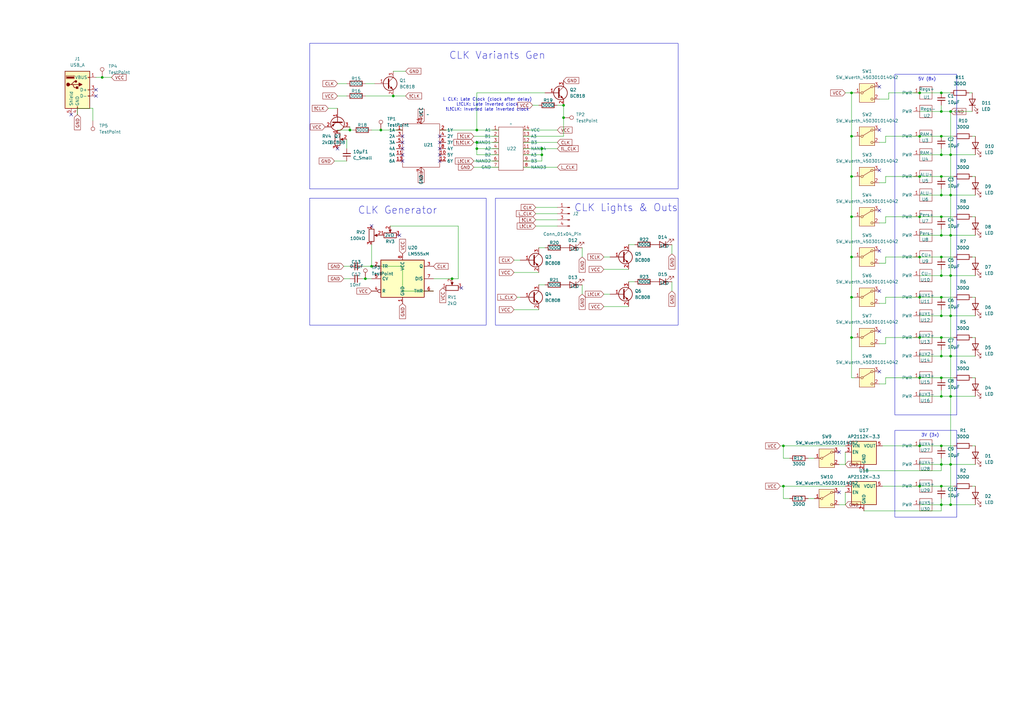
<source format=kicad_sch>
(kicad_sch (version 20231120) (generator "eeschema") (generator_version "8.0")
  (paper "A3")
  (junction (at 389.89 45.72))
  (junction (at 386.08 129.54))
  (junction (at 349.25 138.43))
  (junction (at 386.08 105.41))
  (junction (at 386.08 38.1))
  (junction (at 349.25 38.1))
  (junction (at 349.25 72.39))
  (junction (at 149.86 114.3))
  (junction (at 349.25 88.9))
  (junction (at 389.89 129.54))
  (junction (at 161.29 39.37))
  (junction (at 321.31 199.39))
  (junction (at 386.08 162.56))
  (junction (at 377.19 154.94))
  (junction (at 386.08 207.01))
  (junction (at 349.25 121.92))
  (junction (at 377.19 38.1))
  (junction (at 377.19 182.88))
  (junction (at 389.89 190.5))
  (junction (at 386.08 121.92))
  (junction (at 386.08 80.01))
  (junction (at 377.19 55.88))
  (junction (at 349.25 105.41))
  (junction (at 386.08 45.72))
  (junction (at 231.14 48.26))
  (junction (at 377.19 88.9))
  (junction (at 321.31 182.88))
  (junction (at 386.08 96.52))
  (junction (at 156.21 53.34))
  (junction (at 349.25 55.88))
  (junction (at 231.14 43.18))
  (junction (at 195.58 60.96))
  (junction (at 41.91 31.75))
  (junction (at 386.08 199.39))
  (junction (at 386.08 72.39))
  (junction (at 389.89 207.01))
  (junction (at 386.08 182.88))
  (junction (at 386.08 154.94))
  (junction (at 377.19 105.41))
  (junction (at 377.19 121.92))
  (junction (at 389.89 80.01))
  (junction (at 386.08 146.05))
  (junction (at 389.89 96.52))
  (junction (at 386.08 190.5))
  (junction (at 377.19 138.43))
  (junction (at 386.08 55.88))
  (junction (at 377.19 72.39))
  (junction (at 222.25 60.96))
  (junction (at 389.89 146.05))
  (junction (at 222.25 63.5))
  (junction (at 152.4 109.22))
  (junction (at 377.19 199.39))
  (junction (at 386.08 113.03))
  (junction (at 389.89 63.5))
  (junction (at 386.08 88.9))
  (junction (at 185.42 114.3))
  (junction (at 386.08 138.43))
  (junction (at 389.89 113.03))
  (junction (at 389.89 162.56))
  (junction (at 386.08 63.5))
  (junction (at 143.51 53.34))
  (junction (at 195.58 53.34))
  (junction (at 195.58 58.42))
  (no_connect (at 180.34 60.96))
  (no_connect (at 360.68 119.38))
  (no_connect (at 29.21 46.99))
  (no_connect (at 360.68 35.56))
  (no_connect (at 360.68 86.36))
  (no_connect (at 360.68 69.85))
  (no_connect (at 138.43 60.96))
  (no_connect (at 165.1 63.5))
  (no_connect (at 344.17 201.93))
  (no_connect (at 39.37 39.37))
  (no_connect (at 180.34 66.04))
  (no_connect (at 189.23 118.11))
  (no_connect (at 39.37 36.83))
  (no_connect (at 165.1 58.42))
  (no_connect (at 360.68 135.89))
  (no_connect (at 152.4 92.71))
  (no_connect (at 360.68 53.34))
  (no_connect (at 165.1 66.04))
  (no_connect (at 165.1 55.88))
  (no_connect (at 165.1 60.96))
  (no_connect (at 360.68 152.4))
  (no_connect (at 163.83 96.52))
  (no_connect (at 180.34 63.5))
  (no_connect (at 344.17 185.42))
  (no_connect (at 360.68 102.87))
  (no_connect (at 180.34 58.42))
  (no_connect (at 180.34 55.88))
  (wire (pts (xy 389.89 63.5) (xy 389.89 80.01)))
  (wire (pts (xy 389.89 113.03) (xy 389.89 129.54)))
  (wire (pts (xy 41.91 31.75) (xy 45.72 31.75)))
  (wire (pts (xy 386.08 55.88) (xy 391.16 55.88)))
  (wire (pts (xy 386.08 110.49) (xy 386.08 113.03)))
  (wire (pts (xy 361.95 199.39) (xy 377.19 199.39)))
  (wire (pts (xy 165.1 109.22) (xy 152.4 109.22)))
  (wire (pts (xy 360.68 107.95) (xy 363.22 107.95)))
  (wire (pts (xy 354.33 193.04) (xy 386.08 193.04)))
  (wire (pts (xy 377.19 45.72) (xy 386.08 45.72)))
  (wire (pts (xy 386.08 121.92) (xy 391.16 121.92)))
  (wire (pts (xy 349.25 138.43) (xy 349.25 121.92)))
  (wire (pts (xy 195.58 60.96) (xy 204.47 60.96)))
  (wire (pts (xy 187.96 114.3) (xy 185.42 114.3)))
  (wire (pts (xy 195.58 58.42) (xy 204.47 58.42)))
  (wire (pts (xy 363.22 157.48) (xy 363.22 154.94)))
  (wire (pts (xy 389.89 129.54) (xy 400.05 129.54)))
  (wire (pts (xy 386.08 160.02) (xy 386.08 162.56)))
  (wire (pts (xy 377.19 88.9) (xy 386.08 88.9)))
  (wire (pts (xy 377.19 121.92) (xy 386.08 121.92)))
  (wire (pts (xy 386.08 88.9) (xy 391.16 88.9)))
  (wire (pts (xy 398.78 182.88) (xy 400.05 182.88)))
  (wire (pts (xy 363.22 124.46) (xy 363.22 121.92)))
  (wire (pts (xy 398.78 88.9) (xy 400.05 88.9)))
  (wire (pts (xy 389.89 63.5) (xy 386.08 63.5)))
  (wire (pts (xy 149.86 114.3) (xy 152.4 114.3)))
  (wire (pts (xy 389.89 146.05) (xy 389.89 162.56)))
  (wire (pts (xy 152.4 53.34) (xy 156.21 53.34)))
  (wire (pts (xy 386.08 127) (xy 386.08 129.54)))
  (wire (pts (xy 214.63 58.42) (xy 228.6 58.42)))
  (wire (pts (xy 386.08 129.54) (xy 377.19 129.54)))
  (wire (pts (xy 364.49 38.1) (xy 377.19 38.1)))
  (wire (pts (xy 195.58 63.5) (xy 204.47 63.5)))
  (wire (pts (xy 349.25 55.88) (xy 350.52 55.88)))
  (wire (pts (xy 398.78 55.88) (xy 400.05 55.88)))
  (wire (pts (xy 377.19 138.43) (xy 386.08 138.43)))
  (wire (pts (xy 363.22 58.42) (xy 363.22 55.88)))
  (wire (pts (xy 180.34 53.34) (xy 195.58 53.34)))
  (wire (pts (xy 389.89 63.5) (xy 400.05 63.5)))
  (wire (pts (xy 398.78 72.39) (xy 400.05 72.39)))
  (wire (pts (xy 386.08 43.18) (xy 386.08 45.72)))
  (wire (pts (xy 360.68 124.46) (xy 363.22 124.46)))
  (wire (pts (xy 389.89 162.56) (xy 389.89 190.5)))
  (wire (pts (xy 363.22 107.95) (xy 363.22 105.41)))
  (wire (pts (xy 321.31 187.96) (xy 323.85 187.96)))
  (wire (pts (xy 148.59 114.3) (xy 149.86 114.3)))
  (wire (pts (xy 398.78 138.43) (xy 400.05 138.43)))
  (wire (pts (xy 377.19 105.41) (xy 386.08 105.41)))
  (wire (pts (xy 350.52 154.94) (xy 349.25 154.94)))
  (wire (pts (xy 389.89 190.5) (xy 386.08 190.5)))
  (wire (pts (xy 195.58 53.34) (xy 204.47 53.34)))
  (wire (pts (xy 212.09 121.92) (xy 213.36 121.92)))
  (wire (pts (xy 349.25 88.9) (xy 350.52 88.9)))
  (wire (pts (xy 389.89 113.03) (xy 400.05 113.03)))
  (wire (pts (xy 363.22 72.39) (xy 377.19 72.39)))
  (wire (pts (xy 363.22 88.9) (xy 377.19 88.9)))
  (wire (pts (xy 320.04 199.39) (xy 321.31 199.39)))
  (wire (pts (xy 247.65 125.73) (xy 257.81 125.73)))
  (wire (pts (xy 344.17 190.5) (xy 346.71 190.5)))
  (wire (pts (xy 386.08 154.94) (xy 391.16 154.94)))
  (wire (pts (xy 195.58 53.34) (xy 195.58 38.1)))
  (wire (pts (xy 386.08 63.5) (xy 377.19 63.5)))
  (wire (pts (xy 140.97 114.3) (xy 143.51 114.3)))
  (wire (pts (xy 195.58 58.42) (xy 195.58 60.96)))
  (wire (pts (xy 321.31 199.39) (xy 321.31 204.47)))
  (wire (pts (xy 386.08 77.47) (xy 386.08 80.01)))
  (wire (pts (xy 389.89 207.01) (xy 400.05 207.01)))
  (wire (pts (xy 349.25 105.41) (xy 349.25 88.9)))
  (wire (pts (xy 363.22 105.41) (xy 377.19 105.41)))
  (wire (pts (xy 386.08 143.51) (xy 386.08 146.05)))
  (wire (pts (xy 257.81 115.57) (xy 260.35 115.57)))
  (wire (pts (xy 363.22 138.43) (xy 377.19 138.43)))
  (wire (pts (xy 219.71 87.63) (xy 228.6 87.63)))
  (wire (pts (xy 386.08 190.5) (xy 377.19 190.5)))
  (wire (pts (xy 247.65 105.41) (xy 250.19 105.41)))
  (wire (pts (xy 320.04 182.88) (xy 321.31 182.88)))
  (wire (pts (xy 386.08 38.1) (xy 389.89 38.1)))
  (wire (pts (xy 389.89 80.01) (xy 386.08 80.01)))
  (wire (pts (xy 220.98 116.84) (xy 223.52 116.84)))
  (wire (pts (xy 360.68 140.97) (xy 363.22 140.97)))
  (wire (pts (xy 398.78 199.39) (xy 400.05 199.39)))
  (wire (pts (xy 386.08 93.98) (xy 386.08 96.52)))
  (wire (pts (xy 397.51 38.1) (xy 398.78 38.1)))
  (wire (pts (xy 350.52 138.43) (xy 349.25 138.43)))
  (wire (pts (xy 275.59 100.33) (xy 275.59 104.14)))
  (wire (pts (xy 143.51 52.07) (xy 143.51 53.34)))
  (wire (pts (xy 231.14 55.88) (xy 214.63 55.88)))
  (wire (pts (xy 360.68 91.44) (xy 363.22 91.44)))
  (wire (pts (xy 247.65 110.49) (xy 257.81 110.49)))
  (wire (pts (xy 39.37 31.75) (xy 41.91 31.75)))
  (wire (pts (xy 346.71 207.01) (xy 346.71 201.93)))
  (wire (pts (xy 360.68 58.42) (xy 363.22 58.42)))
  (wire (pts (xy 143.51 53.34) (xy 144.78 53.34)))
  (wire (pts (xy 386.08 193.04) (xy 386.08 190.5)))
  (wire (pts (xy 148.59 109.22) (xy 152.4 109.22)))
  (wire (pts (xy 363.22 91.44) (xy 363.22 88.9)))
  (wire (pts (xy 38.1 49.53) (xy 38.1 44.45)))
  (wire (pts (xy 321.31 204.47) (xy 323.85 204.47)))
  (wire (pts (xy 321.31 199.39) (xy 346.71 199.39)))
  (wire (pts (xy 214.63 60.96) (xy 222.25 60.96)))
  (wire (pts (xy 350.52 121.92) (xy 349.25 121.92)))
  (wire (pts (xy 389.89 80.01) (xy 400.05 80.01)))
  (wire (pts (xy 194.31 58.42) (xy 195.58 58.42)))
  (wire (pts (xy 138.43 53.34) (xy 143.51 53.34)))
  (wire (pts (xy 210.82 111.76) (xy 220.98 111.76)))
  (wire (pts (xy 346.71 190.5) (xy 346.71 185.42)))
  (wire (pts (xy 349.25 121.92) (xy 349.25 105.41)))
  (wire (pts (xy 386.08 182.88) (xy 391.16 182.88)))
  (wire (pts (xy 386.08 204.47) (xy 386.08 207.01)))
  (wire (pts (xy 377.19 199.39) (xy 386.08 199.39)))
  (wire (pts (xy 219.71 85.09) (xy 228.6 85.09)))
  (wire (pts (xy 377.19 38.1) (xy 386.08 38.1)))
  (wire (pts (xy 350.52 72.39) (xy 349.25 72.39)))
  (wire (pts (xy 220.98 101.6) (xy 223.52 101.6)))
  (wire (pts (xy 331.47 187.96) (xy 334.01 187.96)))
  (wire (pts (xy 38.1 44.45) (xy 31.75 44.45)))
  (wire (pts (xy 231.14 43.18) (xy 231.14 48.26)))
  (wire (pts (xy 386.08 80.01) (xy 377.19 80.01)))
  (wire (pts (xy 377.19 182.88) (xy 386.08 182.88)))
  (wire (pts (xy 161.29 39.37) (xy 166.37 39.37)))
  (wire (pts (xy 398.78 154.94) (xy 400.05 154.94)))
  (wire (pts (xy 222.25 60.96) (xy 228.6 60.96)))
  (wire (pts (xy 349.25 72.39) (xy 349.25 88.9)))
  (wire (pts (xy 247.65 120.65) (xy 250.19 120.65)))
  (wire (pts (xy 389.89 113.03) (xy 386.08 113.03)))
  (wire (pts (xy 360.68 74.93) (xy 363.22 74.93)))
  (wire (pts (xy 398.78 105.41) (xy 400.05 105.41)))
  (wire (pts (xy 389.89 146.05) (xy 400.05 146.05)))
  (wire (pts (xy 187.96 92.71) (xy 187.96 114.3)))
  (wire (pts (xy 377.19 55.88) (xy 386.08 55.88)))
  (wire (pts (xy 160.02 92.71) (xy 187.96 92.71)))
  (wire (pts (xy 177.8 119.38) (xy 165.1 119.38)))
  (wire (pts (xy 321.31 182.88) (xy 346.71 182.88)))
  (wire (pts (xy 360.68 157.48) (xy 363.22 157.48)))
  (wire (pts (xy 238.76 116.84) (xy 238.76 120.65)))
  (wire (pts (xy 360.68 40.64) (xy 364.49 40.64)))
  (wire (pts (xy 386.08 146.05) (xy 377.19 146.05)))
  (wire (pts (xy 386.08 113.03) (xy 377.19 113.03)))
  (wire (pts (xy 165.1 119.38) (xy 165.1 109.22)))
  (wire (pts (xy 137.16 66.04) (xy 142.24 66.04)))
  (wire (pts (xy 377.19 154.94) (xy 386.08 154.94)))
  (wire (pts (xy 222.25 63.5) (xy 214.63 63.5)))
  (wire (pts (xy 138.43 34.29) (xy 142.24 34.29)))
  (wire (pts (xy 238.76 101.6) (xy 238.76 105.41)))
  (wire (pts (xy 389.89 162.56) (xy 400.05 162.56)))
  (wire (pts (xy 389.89 96.52) (xy 386.08 96.52)))
  (wire (pts (xy 214.63 53.34) (xy 228.6 53.34)))
  (wire (pts (xy 389.89 45.72) (xy 389.89 63.5)))
  (wire (pts (xy 363.22 140.97) (xy 363.22 138.43)))
  (wire (pts (xy 389.89 129.54) (xy 386.08 129.54)))
  (wire (pts (xy 156.21 53.34) (xy 165.1 53.34)))
  (wire (pts (xy 149.86 39.37) (xy 161.29 39.37)))
  (wire (pts (xy 257.81 100.33) (xy 260.35 100.33)))
  (wire (pts (xy 386.08 162.56) (xy 377.19 162.56)))
  (wire (pts (xy 386.08 209.55) (xy 386.08 207.01)))
  (wire (pts (xy 386.08 187.96) (xy 386.08 190.5)))
  (wire (pts (xy 386.08 199.39) (xy 391.16 199.39)))
  (wire (pts (xy 142.24 57.15) (xy 142.24 60.96)))
  (wire (pts (xy 222.25 66.04) (xy 214.63 66.04)))
  (wire (pts (xy 377.19 72.39) (xy 386.08 72.39)))
  (wire (pts (xy 354.33 209.55) (xy 386.08 209.55)))
  (wire (pts (xy 363.22 55.88) (xy 377.19 55.88)))
  (wire (pts (xy 152.4 100.33) (xy 152.4 109.22)))
  (wire (pts (xy 386.08 72.39) (xy 391.16 72.39)))
  (wire (pts (xy 349.25 38.1) (xy 350.52 38.1)))
  (wire (pts (xy 363.22 121.92) (xy 377.19 121.92)))
  (wire (pts (xy 389.89 96.52) (xy 389.89 113.03)))
  (wire (pts (xy 386.08 96.52) (xy 377.19 96.52)))
  (wire (pts (xy 349.25 72.39) (xy 349.25 55.88)))
  (wire (pts (xy 222.25 63.5) (xy 222.25 66.04)))
  (wire (pts (xy 31.75 44.45) (xy 31.75 46.99)))
  (wire (pts (xy 149.86 34.29) (xy 153.67 34.29)))
  (wire (pts (xy 210.82 106.68) (xy 213.36 106.68)))
  (wire (pts (xy 161.29 29.21) (xy 166.37 29.21)))
  (wire (pts (xy 228.6 43.18) (xy 231.14 43.18)))
  (wire (pts (xy 346.71 38.1) (xy 349.25 38.1)))
  (wire (pts (xy 386.08 138.43) (xy 391.16 138.43)))
  (wire (pts (xy 219.71 92.71) (xy 228.6 92.71)))
  (wire (pts (xy 389.89 162.56) (xy 386.08 162.56)))
  (wire (pts (xy 349.25 38.1) (xy 349.25 55.88)))
  (wire (pts (xy 218.44 43.18) (xy 220.98 43.18)))
  (wire (pts (xy 389.89 80.01) (xy 389.89 96.52)))
  (wire (pts (xy 134.62 44.45) (xy 138.43 44.45)))
  (wire (pts (xy 195.58 38.1) (xy 223.52 38.1)))
  (wire (pts (xy 214.63 68.58) (xy 228.6 68.58)))
  (wire (pts (xy 331.47 204.47) (xy 334.01 204.47)))
  (wire (pts (xy 231.14 48.26) (xy 231.14 55.88)))
  (wire (pts (xy 386.08 207.01) (xy 377.19 207.01)))
  (wire (pts (xy 210.82 127) (xy 220.98 127)))
  (wire (pts (xy 350.52 105.41) (xy 349.25 105.41)))
  (wire (pts (xy 386.08 45.72) (xy 389.89 45.72)))
  (wire (pts (xy 195.58 60.96) (xy 195.58 63.5)))
  (wire (pts (xy 389.89 96.52) (xy 400.05 96.52)))
  (wire (pts (xy 398.78 121.92) (xy 400.05 121.92)))
  (wire (pts (xy 194.31 55.88) (xy 204.47 55.88)))
  (wire (pts (xy 363.22 154.94) (xy 377.19 154.94)))
  (wire (pts (xy 344.17 207.01) (xy 346.71 207.01)))
  (wire (pts (xy 389.89 190.5) (xy 389.89 207.01)))
  (wire (pts (xy 185.42 114.3) (xy 177.8 114.3)))
  (wire (pts (xy 389.89 146.05) (xy 386.08 146.05)))
  (wire (pts (xy 275.59 115.57) (xy 275.59 119.38)))
  (wire (pts (xy 389.89 45.72) (xy 398.78 45.72)))
  (wire (pts (xy 321.31 182.88) (xy 321.31 187.96)))
  (wire (pts (xy 364.49 40.64) (xy 364.49 38.1)))
  (wire (pts (xy 222.25 60.96) (xy 222.25 63.5)))
  (wire (pts (xy 389.89 207.01) (xy 386.08 207.01)))
  (wire (pts (xy 389.89 190.5) (xy 400.05 190.5)))
  (wire (pts (xy 194.31 66.04) (xy 204.47 66.04)))
  (wire (pts (xy 386.08 105.41) (xy 391.16 105.41)))
  (wire (pts (xy 349.25 154.94) (xy 349.25 138.43)))
  (wire (pts (xy 386.08 60.96) (xy 386.08 63.5)))
  (wire (pts (xy 219.71 90.17) (xy 228.6 90.17)))
  (wire (pts (xy 138.43 39.37) (xy 142.24 39.37)))
  (wire (pts (xy 194.31 68.58) (xy 204.47 68.58)))
  (wire (pts (xy 361.95 182.88) (xy 377.19 182.88)))
  (wire (pts (xy 140.97 109.22) (xy 143.51 109.22)))
  (wire (pts (xy 363.22 74.93) (xy 363.22 72.39)))
  (wire (pts (xy 389.89 129.54) (xy 389.89 146.05)))
  (rectangle (start 127 17.78) (end 278.13 77.47))
  (rectangle (start 127 81.28) (end 199.39 133.35))
  (rectangle (start 203.2 81.28) (end 278.13 133.35))
  (rectangle (start 367.03 30.48) (end 392.43 170.18))
  (rectangle (start 367.03 176.53) (end 392.43 212.09))
  (text "CLK Generator" (at 163.068 86.36 0) (effects (font (size 3 3))))
  (text "CLK Variants Gen" (at 203.962 22.86 0) (effects (font (size 3 3))))
  (text "CLK Lights & Outs" (at 256.794 85.344 0) (effects (font (size 3 3))))
  (text "L CLK: Late Clock (clock after delay)\nL!CLK: Late inverted clock\n!L!CLK: Inverted late inverted clock\n" (at 199.898 42.926 0) (effects (font (size 1.27 1.27))))
  (text "3V (3x)" (at 381.508 178.562 0) (effects (font (size 1.27 1.27))))
  (text "5V (8x)" (at 380.238 32.512 0) (effects (font (size 1.27 1.27))))
  (global_label "VCC" (shape input) (at 181.61 118.11 270) (property "Intersheetrefs" "${INTERSHEET_REFS}" (effects (hide yes))))
  (global_label "CLK" (shape input) (at 210.82 106.68 180) (property "Intersheetrefs" "${INTERSHEET_REFS}" (effects (hide yes))))
  (global_label "VCC" (shape input) (at 218.44 43.18 180) (property "Intersheetrefs" "${INTERSHEET_REFS}" (effects (hide yes))))
  (global_label "VCC" (shape input) (at 133.35 52.07 180) (property "Intersheetrefs" "${INTERSHEET_REFS}" (effects (hide yes))))
  (global_label "VCC" (shape input) (at 172.72 50.8 90) (property "Intersheetrefs" "${INTERSHEET_REFS}" (effects (hide yes))))
  (global_label "VCC" (shape input) (at 228.6 53.34 0) (property "Intersheetrefs" "${INTERSHEET_REFS}" (effects (hide yes))))
  (global_label "VCC" (shape input) (at 165.1 104.14 90) (property "Intersheetrefs" "${INTERSHEET_REFS}" (effects (hide yes))))
  (global_label "VCC" (shape input) (at 45.72 31.75 0) (property "Intersheetrefs" "${INTERSHEET_REFS}" (effects (hide yes))))
  (global_label "GND" (shape input) (at 346.71 190.5 0) (property "Intersheetrefs" "${INTERSHEET_REFS}" (effects (hide yes))))
  (global_label "!CLK" (shape input) (at 134.62 44.45 180) (property "Intersheetrefs" "${INTERSHEET_REFS}" (effects (hide yes))))
  (global_label "!CLK" (shape input) (at 166.37 39.37 0) (property "Intersheetrefs" "${INTERSHEET_REFS}" (effects (hide yes))))
  (global_label "L!CLK" (shape input) (at 194.31 66.04 180) (property "Intersheetrefs" "${INTERSHEET_REFS}" (effects (hide yes))))
  (global_label "!CLK" (shape input) (at 219.71 90.17 180) (property "Intersheetrefs" "${INTERSHEET_REFS}" (effects (hide yes))))
  (global_label "GND" (shape input) (at 275.59 104.14 270) (property "Intersheetrefs" "${INTERSHEET_REFS}" (effects (hide yes))))
  (global_label "GND" (shape input) (at 346.71 207.01 0) (property "Intersheetrefs" "${INTERSHEET_REFS}" (effects (hide yes))))
  (global_label "GND" (shape input) (at 140.97 114.3 180) (property "Intersheetrefs" "${INTERSHEET_REFS}" (effects (hide yes))))
  (global_label "L_CLK" (shape input) (at 212.09 121.92 180) (property "Intersheetrefs" "${INTERSHEET_REFS}" (effects (hide yes))))
  (global_label "GND" (shape input) (at 31.75 46.99 270) (property "Intersheetrefs" "${INTERSHEET_REFS}" (effects (hide yes))))
  (global_label "!CLK" (shape input) (at 194.31 55.88 180) (property "Intersheetrefs" "${INTERSHEET_REFS}" (effects (hide yes))))
  (global_label "GND" (shape input) (at 194.31 68.58 180) (property "Intersheetrefs" "${INTERSHEET_REFS}" (effects (hide yes))))
  (global_label "GND" (shape input) (at 238.76 105.41 270) (property "Intersheetrefs" "${INTERSHEET_REFS}" (effects (hide yes))))
  (global_label "GND" (shape input) (at 275.59 119.38 270) (property "Intersheetrefs" "${INTERSHEET_REFS}" (effects (hide yes))))
  (global_label "VCC" (shape input) (at 320.04 199.39 180) (property "Intersheetrefs" "${INTERSHEET_REFS}" (effects (hide yes))))
  (global_label "!CLK" (shape input) (at 247.65 105.41 180) (property "Intersheetrefs" "${INTERSHEET_REFS}" (effects (hide yes))))
  (global_label "!L!CLK" (shape input) (at 194.31 58.42 180) (property "Intersheetrefs" "${INTERSHEET_REFS}" (effects (hide yes))))
  (global_label "L!CLK" (shape input) (at 247.65 120.65 180) (property "Intersheetrefs" "${INTERSHEET_REFS}" (effects (hide yes))))
  (global_label "CLK" (shape input) (at 177.8 109.22 0) (property "Intersheetrefs" "${INTERSHEET_REFS}" (effects (hide yes))))
  (global_label "GND" (shape input) (at 166.37 29.21 0) (property "Intersheetrefs" "${INTERSHEET_REFS}" (effects (hide yes))))
  (global_label "GND" (shape input) (at 137.16 66.04 180) (property "Intersheetrefs" "${INTERSHEET_REFS}" (effects (hide yes))))
  (global_label "VCC" (shape input) (at 210.82 111.76 180) (property "Intersheetrefs" "${INTERSHEET_REFS}" (effects (hide yes))))
  (global_label "GND" (shape input) (at 389.89 45.72 0) (property "Intersheetrefs" "${INTERSHEET_REFS}" (effects (hide yes))))
  (global_label "GND" (shape input) (at 172.72 68.58 270) (property "Intersheetrefs" "${INTERSHEET_REFS}" (effects (hide yes))))
  (global_label "VCC" (shape input) (at 346.71 38.1 180) (property "Intersheetrefs" "${INTERSHEET_REFS}" (effects (hide yes))))
  (global_label "VCC" (shape input) (at 152.4 119.38 180) (property "Intersheetrefs" "${INTERSHEET_REFS}" (effects (hide yes))))
  (global_label "CLK" (shape input) (at 219.71 85.09 180) (property "Intersheetrefs" "${INTERSHEET_REFS}" (effects (hide yes))))
  (global_label "CLK" (shape input) (at 138.43 34.29 180) (property "Intersheetrefs" "${INTERSHEET_REFS}" (effects (hide yes))))
  (global_label "VCC" (shape input) (at 320.04 182.88 180) (property "Intersheetrefs" "${INTERSHEET_REFS}" (effects (hide yes))))
  (global_label "L_CLK" (shape input) (at 219.71 87.63 180) (property "Intersheetrefs" "${INTERSHEET_REFS}" (effects (hide yes))))
  (global_label "L_CLK" (shape input) (at 228.6 68.58 0) (property "Intersheetrefs" "${INTERSHEET_REFS}" (effects (hide yes))))
  (global_label "GND" (shape input) (at 165.1 124.46 270) (property "Intersheetrefs" "${INTERSHEET_REFS}" (effects (hide yes))))
  (global_label "CLK" (shape input) (at 228.6 58.42 0) (property "Intersheetrefs" "${INTERSHEET_REFS}" (effects (hide yes))))
  (global_label "VCC" (shape input) (at 247.65 125.73 180) (property "Intersheetrefs" "${INTERSHEET_REFS}" (effects (hide yes))))
  (global_label "GND" (shape input) (at 140.97 109.22 180) (property "Intersheetrefs" "${INTERSHEET_REFS}" (effects (hide yes))))
  (global_label "VCC" (shape input) (at 247.65 110.49 180) (property "Intersheetrefs" "${INTERSHEET_REFS}" (effects (hide yes))))
  (global_label "VCC" (shape input) (at 210.82 127 180) (property "Intersheetrefs" "${INTERSHEET_REFS}" (effects (hide yes))))
  (global_label "GND" (shape input) (at 238.76 120.65 270) (property "Intersheetrefs" "${INTERSHEET_REFS}" (effects (hide yes))))
  (global_label "L!CLK" (shape input) (at 219.71 92.71 180) (property "Intersheetrefs" "${INTERSHEET_REFS}" (effects (hide yes))))
  (global_label "!L_CLK" (shape input) (at 228.6 60.96 0) (property "Intersheetrefs" "${INTERSHEET_REFS}" (effects (hide yes))))
  (global_label "VCC" (shape input) (at 138.43 39.37 180) (property "Intersheetrefs" "${INTERSHEET_REFS}" (effects (hide yes))))
  (global_label "GND" (shape input) (at 231.14 33.02 0) (property "Intersheetrefs" "${INTERSHEET_REFS}" (effects (hide yes))))
  (symbol (lib_id "Device:LED") (at 400.05 76.2 90) (unit 1)
    (property "Reference" "D9" (at 403.86 76.5174 90) (effects (justify right)))
    (property "Value" "LED" (at 403.86 79.0574 90) (effects (justify right)))
    (property "Footprint" "LED_SMD:LED_0805_2012Metric_Pad1.15x1.40mm_HandSolder" (effects (hide yes)))
    (property "Description" "Light emitting diode" (effects (hide yes)))
  )
  (symbol (lib_id "Transistor_BJT:BC808") (at 218.44 106.68 0) (unit 1)
    (property "Reference" "Q3" (at 223.52 105.4099 0) (effects (justify left)))
    (property "Value" "BC808" (at 223.52 107.9499 0) (effects (justify left)))
    (property "Footprint" "Package_TO_SOT_SMD:SOT-23-3" (effects (hide yes)))
    (property "Datasheet" "https://www.onsemi.com/pub/Collateral/BC808-D.pdf" (effects (hide yes)))
    (property "Description" "0.8A Ic, 25V Vce, PNP Transistor, SOT-23" (effects (hide yes)))
  )
  (symbol (lib_id "Texas Instrument Logic:SN74HC03") (at 209.55 60.96 0) (unit 1)
    (property "Reference" "U22" (at 209.804 60.96 0))
    (property "Value" "~" (at 209.55 50.8 0))
    (property "Footprint" "Texas Instruments Logic Footprints:SN74HC03" (effects (hide yes)))
    (property "Datasheet" "https://www.ti.com/lit/ds/symlink/sn74hc03.pdf?ts=1744892318705" (effects (hide yes)))
    (property "Description" "4 channeled NAND gate (2 inputs per channel)" (effects (hide yes)))
  )
  (symbol (lib_id "Device:C_Small") (at 386.08 107.95 0) (unit 1)
    (property "Reference" "C5" (at 388.62 106.6862 0) (effects (justify left)))
    (property "Value" "10µF" (at 388.62 109.2262 0) (effects (justify left)))
    (property "Footprint" "Capacitor_SMD:C_0805_2012Metric" (effects (hide yes)))
    (property "Description" "Unpolarized capacitor, small symbol" (effects (hide yes)))
  )
  (symbol (lib_id "Device:R") (at 227.33 116.84 90) (unit 1)
    (property "Reference" "R21" (at 227.33 114.808 90))
    (property "Value" "300Ω" (at 227.33 116.84 90))
    (property "Footprint" "Resistor_SMD:R_0805_2012Metric_Pad1.20x1.40mm_HandSolder" (effects (hide yes)))
    (property "Description" "Resistor" (effects (hide yes)))
  )
  (symbol (lib_id "Other:74VHC14FT") (at 172.72 60.96 0) (unit 1)
    (property "Reference" "U21" (at 173.736 59.436 0) (effects (justify left)))
    (property "Value" "~" (at 174.9141 46.99 0) (effects (justify left)))
    (property "Footprint" "Package_SO:TSSOP-14_4.4x5mm_P0.65mm" (effects (hide yes)))
    (property "Datasheet" "https://toshiba.semicon-storage.com/info/74VHC14FT_datasheet_en_20160818.pdf?did=14037&prodName=74VHC14FT" (effects (hide yes)))
    (property "Description" "Binds signal to 0 or 1 (but inverted), best description ever lol!" (effects (hide yes)))
  )
  (symbol (lib_id "Device:C_Small") (at 146.05 109.22 90) (unit 1)
    (property "Reference" "C13" (at 146.05 107.442 90))
    (property "Value" "0.1µF" (at 146.304 109.22 90))
    (property "Footprint" "Capacitor_SMD:C_0805_2012Metric_Pad1.18x1.45mm_HandSolder" (effects (hide yes)))
    (property "Description" "Unpolarized capacitor, small symbol" (effects (hide yes)))
  )
  (symbol (lib_id "Device:LED") (at 400.05 203.2 90) (unit 1)
    (property "Reference" "D2" (at 403.86 203.5174 90) (effects (justify right)))
    (property "Value" "LED" (at 403.86 206.0574 90) (effects (justify right)))
    (property "Footprint" "LED_SMD:LED_0805_2012Metric_Pad1.15x1.40mm_HandSolder" (effects (hide yes)))
    (property "Description" "Light emitting diode" (effects (hide yes)))
  )
  (symbol (lib_id "Other:Single_Bit_Mini_Power_Bus") (at 379.73 207.01 180) (unit 1)
    (property "Reference" "U30" (at 379.476 208.788 0))
    (property "Value" "AUX5-" (at 379.984 206.248 0))
    (property "Footprint" "Other:Single Bit Mini Bus" (effects (hide yes)))
    (property "Description" "A power bus with just one pin" (effects (hide yes)))
  )
  (symbol (lib_id "Device:LED") (at 271.78 100.33 180) (unit 1)
    (property "Reference" "D14" (at 271.78 97.282 0))
    (property "Value" "LED" (at 272.542 100.838 0))
    (property "Footprint" "LED_SMD:LED_0805_2012Metric_Pad1.15x1.40mm_HandSolder" (effects (hide yes)))
    (property "Description" "Light emitting diode" (effects (hide yes)))
  )
  (symbol (lib_id "Other:Single_Bit_Mini_Power_Bus") (at 379.73 55.88 180) (unit 1)
    (property "Reference" "U3" (at 379.476 57.658 0))
    (property "Value" "RAM+" (at 379.984 55.118 0))
    (property "Footprint" "Other:Single Bit Mini Bus" (effects (hide yes)))
    (property "Description" "A power bus with just one pin" (effects (hide yes)))
  )
  (symbol (lib_id "Device:R_Potentiometer") (at 160.02 96.52 90) (unit 1)
    (property "Reference" "RV3" (at 160.02 99.06 90))
    (property "Value" "2kΩ" (at 159.766 96.52 90))
    (property "Footprint" "Potentiometer_THT:Potentiometer_Bourns_3299X_Horizontal" (effects (hide yes)))
    (property "Description" "Potentiometer" (effects (hide yes)))
  )
  (symbol (lib_id "Device:R") (at 327.66 204.47 90) (unit 1)
    (property "Reference" "R13" (at 327.406 204.47 90))
    (property "Value" "300Ω" (at 327.66 206.756 90))
    (property "Footprint" "Resistor_SMD:R_0805_2012Metric_Pad1.20x1.40mm_HandSolder" (effects (hide yes)))
    (property "Description" "Resistor" (effects (hide yes)))
  )
  (symbol (lib_id "Switch:SW_Wuerth_450301014042") (at 339.09 187.96 0) (unit 1)
    (property "Reference" "SW9" (at 339.09 179.07 0))
    (property "Value" "SW_Wuerth_450301014042" (at 339.09 181.61 0))
    (property "Footprint" "Button_Switch_THT:SW_Slide-03_Wuerth-WS-SLTV_10x2.5x6.4_P2.54mm" (effects (hide yes)))
    (property "Datasheet" "https://www.we-online.com/components/products/datasheet/450301014042.pdf" (effects (hide yes)))
    (property "Description" "Switch slide, single pole double throw" (effects (hide yes)))
  )
  (symbol (lib_id "Switch:SW_Wuerth_450301014042") (at 339.09 204.47 0) (unit 1)
    (property "Reference" "SW10" (at 339.09 195.58 0))
    (property "Value" "SW_Wuerth_450301014042" (at 339.09 198.12 0))
    (property "Footprint" "Button_Switch_THT:SW_Slide-03_Wuerth-WS-SLTV_10x2.5x6.4_P2.54mm" (effects (hide yes)))
    (property "Datasheet" "https://www.we-online.com/components/products/datasheet/450301014042.pdf" (effects (hide yes)))
    (property "Description" "Switch slide, single pole double throw" (effects (hide yes)))
  )
  (symbol (lib_id "Device:R") (at 394.97 154.94 90) (unit 1)
    (property "Reference" "R4" (at 394.97 148.59 90))
    (property "Value" "300Ω" (at 394.97 151.13 90))
    (property "Footprint" "Resistor_SMD:R_0805_2012Metric_Pad1.20x1.40mm_HandSolder" (effects (hide yes)))
    (property "Description" "Resistor" (effects (hide yes)))
  )
  (symbol (lib_id "Connector:TestPoint") (at 41.91 31.75 0) (unit 1)
    (property "Reference" "TP4" (at 44.45 27.1779 0) (effects (justify left)))
    (property "Value" "TestPoint" (at 44.45 29.7179 0) (effects (justify left)))
    (property "Footprint" "TestPoint:TestPoint_Pad_1.0x1.0mm" (effects (hide yes)))
    (property "Description" "test point" (effects (hide yes)))
  )
  (symbol (lib_id "Device:LED") (at 398.78 41.91 90) (unit 1)
    (property "Reference" "D11" (at 402.59 42.2274 90) (effects (justify right)))
    (property "Value" "LED" (at 402.59 44.7674 90) (effects (justify right)))
    (property "Footprint" "LED_SMD:LED_0805_2012Metric_Pad1.15x1.40mm_HandSolder" (effects (hide yes)))
    (property "Description" "Light emitting diode" (effects (hide yes)))
  )
  (symbol (lib_id "Device:C_Small") (at 386.08 91.44 0) (unit 1)
    (property "Reference" "C4" (at 388.62 90.1762 0) (effects (justify left)))
    (property "Value" "10µF" (at 388.62 92.7162 0) (effects (justify left)))
    (property "Footprint" "Capacitor_SMD:C_0805_2012Metric" (effects (hide yes)))
    (property "Description" "Unpolarized capacitor, small symbol" (effects (hide yes)))
  )
  (symbol (lib_id "Transistor_BJT:BC808") (at 138.43 49.53 270) (unit 1)
    (property "Reference" "Q7" (at 138.43 55.88 90))
    (property "Value" "BC808" (at 138.43 58.42 90))
    (property "Footprint" "Package_TO_SOT_SMD:SOT-23" (effects (hide yes)))
    (property "Datasheet" "https://www.onsemi.com/pub/Collateral/BC808-D.pdf" (effects (hide yes)))
    (property "Description" "0.8A Ic, 25V Vce, PNP Transistor, SOT-23" (effects (hide yes)))
  )
  (symbol (lib_id "Other:Single_Bit_Mini_Power_Bus") (at 379.73 162.56 180) (unit 1)
    (property "Reference" "U16" (at 379.476 164.338 0))
    (property "Value" "AUX3-" (at 379.984 161.798 0))
    (property "Footprint" "Other:Single Bit Mini Bus" (effects (hide yes)))
    (property "Description" "A power bus with just one pin" (effects (hide yes)))
  )
  (symbol (lib_id "Other:Single_Bit_Mini_Power_Bus") (at 379.73 190.5 180) (unit 1)
    (property "Reference" "U28" (at 379.476 192.278 0))
    (property "Value" "AUX4-" (at 379.984 189.738 0))
    (property "Footprint" "Other:Single Bit Mini Bus" (effects (hide yes)))
    (property "Description" "A power bus with just one pin" (effects (hide yes)))
  )
  (symbol (lib_id "Timer:LM555xM") (at 165.1 114.3 0) (unit 1)
    (property "Reference" "U20" (at 167.2941 101.6 0) (effects (justify left)))
    (property "Value" "LM555xM" (at 167.2941 104.14 0) (effects (justify left)))
    (property "Footprint" "Package_SO:SOIC-8_3.9x4.9mm_P1.27mm" (effects (hide yes)))
    (property "Datasheet" "http://www.ti.com/lit/ds/symlink/lm555.pdf" (effects (hide yes)))
    (property "Description" "Timer, 555 compatible, SOIC-8" (effects (hide yes)))
  )
  (symbol (lib_id "Device:R") (at 146.05 34.29 90) (unit 1)
    (property "Reference" "R15" (at 146.05 32.258 90))
    (property "Value" "300Ω" (at 146.05 34.29 90))
    (property "Footprint" "Resistor_SMD:R_0805_2012Metric_Pad1.20x1.40mm_HandSolder" (effects (hide yes)))
    (property "Description" "Resistor" (effects (hide yes)))
  )
  (symbol (lib_id "Switch:SW_Wuerth_450301014042") (at 355.6 88.9 0) (unit 1)
    (property "Reference" "SW4" (at 355.6 80.01 0))
    (property "Value" "SW_Wuerth_450301014042" (at 355.6 82.55 0))
    (property "Footprint" "Button_Switch_THT:SW_Slide-03_Wuerth-WS-SLTV_10x2.5x6.4_P2.54mm" (effects (hide yes)))
    (property "Datasheet" "https://www.we-online.com/components/products/datasheet/450301014042.pdf" (effects (hide yes)))
    (property "Description" "Switch slide, single pole double throw" (effects (hide yes)))
  )
  (symbol (lib_id "Switch:SW_Wuerth_450301014042") (at 355.6 121.92 0) (unit 1)
    (property "Reference" "SW6" (at 355.6 113.03 0))
    (property "Value" "SW_Wuerth_450301014042" (at 355.6 115.57 0))
    (property "Footprint" "Button_Switch_THT:SW_Slide-03_Wuerth-WS-SLTV_10x2.5x6.4_P2.54mm" (effects (hide yes)))
    (property "Datasheet" "https://www.we-online.com/components/products/datasheet/450301014042.pdf" (effects (hide yes)))
    (property "Description" "Switch slide, single pole double throw" (effects (hide yes)))
  )
  (symbol (lib_id "Regulator_Linear:AP2112K-3.3") (at 354.33 185.42 0) (unit 1)
    (property "Reference" "U17" (at 354.33 176.53 0))
    (property "Value" "AP2112K-3.3" (at 354.33 179.07 0))
    (property "Footprint" "Package_TO_SOT_SMD:SOT-23-5" (effects (hide yes)))
    (property "Datasheet" "https://www.diodes.com/assets/Datasheets/AP2112.pdf" (effects (hide yes)))
    (property "Description" "600mA low dropout linear regulator, with enable pin, 3.8V-6V input voltage range, 3.3V fixed positive output, SOT-23-5" (effects (hide yes)))
  )
  (symbol (lib_id "Device:R") (at 394.97 55.88 90) (unit 1)
    (property "Reference" "R10" (at 394.97 49.53 90))
    (property "Value" "300Ω" (at 394.97 52.07 90))
    (property "Footprint" "Resistor_SMD:R_0805_2012Metric_Pad1.20x1.40mm_HandSolder" (effects (hide yes)))
    (property "Description" "Resistor" (effects (hide yes)))
  )
  (symbol (lib_id "Other:Single_Bit_Mini_Power_Bus") (at 379.73 88.9 180) (unit 1)
    (property "Reference" "U7" (at 379.476 90.678 0))
    (property "Value" "Pers+" (at 379.984 88.138 0))
    (property "Footprint" "Other:Single Bit Mini Bus" (effects (hide yes)))
    (property "Description" "A power bus with just one pin" (effects (hide yes)))
  )
  (symbol (lib_id "Device:LED") (at 400.05 186.69 90) (unit 1)
    (property "Reference" "D1" (at 403.86 187.0074 90) (effects (justify right)))
    (property "Value" "LED" (at 403.86 189.5474 90) (effects (justify right)))
    (property "Footprint" "LED_SMD:LED_0805_2012Metric_Pad1.15x1.40mm_HandSolder" (effects (hide yes)))
    (property "Description" "Light emitting diode" (effects (hide yes)))
  )
  (symbol (lib_id "Switch:SW_Wuerth_450301014042") (at 355.6 72.39 0) (unit 1)
    (property "Reference" "SW3" (at 355.6 63.5 0))
    (property "Value" "SW_Wuerth_450301014042" (at 355.6 66.04 0))
    (property "Footprint" "Button_Switch_THT:SW_Slide-03_Wuerth-WS-SLTV_10x2.5x6.4_P2.54mm" (effects (hide yes)))
    (property "Datasheet" "https://www.we-online.com/components/products/datasheet/450301014042.pdf" (effects (hide yes)))
    (property "Description" "Switch slide, single pole double throw" (effects (hide yes)))
  )
  (symbol (lib_id "Other:Single_Bit_Mini_Power_Bus") (at 379.73 72.39 180) (unit 1)
    (property "Reference" "U5" (at 379.476 74.168 0))
    (property "Value" "ALU+" (at 379.984 71.628 0))
    (property "Footprint" "Other:Single Bit Mini Bus" (effects (hide yes)))
    (property "Description" "A power bus with just one pin" (effects (hide yes)))
  )
  (symbol (lib_id "Device:R") (at 394.97 138.43 90) (unit 1)
    (property "Reference" "R5" (at 394.97 132.08 90))
    (property "Value" "300Ω" (at 394.97 134.62 90))
    (property "Footprint" "Resistor_SMD:R_0805_2012Metric_Pad1.20x1.40mm_HandSolder" (effects (hide yes)))
    (property "Description" "Resistor" (effects (hide yes)))
  )
  (symbol (lib_id "Device:C_Small") (at 386.08 201.93 0) (unit 1)
    (property "Reference" "C10" (at 388.62 200.6662 0) (effects (justify left)))
    (property "Value" "10µF" (at 388.62 203.2062 0) (effects (justify left)))
    (property "Footprint" "Capacitor_SMD:C_0805_2012Metric" (effects (hide yes)))
    (property "Description" "Unpolarized capacitor, small symbol" (effects (hide yes)))
  )
  (symbol (lib_id "Switch:SW_Wuerth_450301014042") (at 355.6 105.41 0) (unit 1)
    (property "Reference" "SW5" (at 355.6 96.52 0))
    (property "Value" "SW_Wuerth_450301014042" (at 355.6 99.06 0))
    (property "Footprint" "Button_Switch_THT:SW_Slide-03_Wuerth-WS-SLTV_10x2.5x6.4_P2.54mm" (effects (hide yes)))
    (property "Datasheet" "https://www.we-online.com/components/products/datasheet/450301014042.pdf" (effects (hide yes)))
    (property "Description" "Switch slide, single pole double throw" (effects (hide yes)))
  )
  (symbol (lib_id "Transistor_BJT:BC818") (at 228.6 38.1 0) (unit 1)
    (property "Reference" "Q2" (at 233.68 36.8299 0) (effects (justify left)))
    (property "Value" "BC818" (at 233.68 39.3699 0) (effects (justify left)))
    (property "Footprint" "Package_TO_SOT_SMD:SOT-23-3" (effects (hide yes)))
    (property "Datasheet" "https://www.onsemi.com/pub/Collateral/BC818-D.pdf" (effects (hide yes)))
    (property "Description" "0.8A Ic, 25V Vce, NPN Transistor, SOT-23" (effects (hide yes)))
  )
  (symbol (lib_id "Regulator_Linear:AP2112K-3.3") (at 354.33 201.93 0) (unit 1)
    (property "Reference" "U18" (at 354.33 193.04 0))
    (property "Value" "AP2112K-3.3" (at 354.33 195.58 0))
    (property "Footprint" "Package_TO_SOT_SMD:SOT-23-5" (effects (hide yes)))
    (property "Datasheet" "https://www.diodes.com/assets/Datasheets/AP2112.pdf" (effects (hide yes)))
    (property "Description" "600mA low dropout linear regulator, with enable pin, 3.8V-6V input voltage range, 3.3V fixed positive output, SOT-23-5" (effects (hide yes)))
  )
  (symbol (lib_id "Other:Single_Bit_Mini_Power_Bus") (at 379.73 182.88 180) (unit 1)
    (property "Reference" "U27" (at 379.476 184.658 0))
    (property "Value" "AUX4+" (at 379.984 182.118 0))
    (property "Footprint" "Other:Single Bit Mini Bus" (effects (hide yes)))
    (property "Description" "A power bus with just one pin" (effects (hide yes)))
  )
  (symbol (lib_id "Device:R") (at 394.97 72.39 90) (unit 1)
    (property "Reference" "R9" (at 394.97 66.04 90))
    (property "Value" "300Ω" (at 394.97 68.58 90))
    (property "Footprint" "Resistor_SMD:R_0805_2012Metric_Pad1.20x1.40mm_HandSolder" (effects (hide yes)))
    (property "Description" "Resistor" (effects (hide yes)))
  )
  (symbol (lib_id "Connector:Conn_01x04_Pin") (at 233.68 87.63 0) (mirror y) (unit 1)
    (property "Reference" "J2" (at 234.95 87.6299 0) (effects (justify right)))
    (property "Value" "Conn_01x04_Pin" (at 222.758 96.012 0) (effects (justify right)))
    (property "Footprint" "Connector_PinHeader_2.54mm:PinHeader_1x04_P2.54mm_Vertical" (effects (hide yes)))
    (property "Description" "Generic connector, single row, 01x04, script generated" (effects (hide yes)))
  )
  (symbol (lib_id "Device:R") (at 393.7 38.1 90) (unit 1)
    (property "Reference" "R11" (at 393.7 31.75 90))
    (property "Value" "300Ω" (at 393.7 34.29 90))
    (property "Footprint" "Resistor_SMD:R_0805_2012Metric_Pad1.20x1.40mm_HandSolder" (effects (hide yes)))
    (property "Description" "Resistor" (effects (hide yes)))
  )
  (symbol (lib_id "Device:R") (at 394.97 121.92 90) (unit 1)
    (property "Reference" "R6" (at 394.97 115.57 90))
    (property "Value" "300Ω" (at 394.97 118.11 90))
    (property "Footprint" "Resistor_SMD:R_0805_2012Metric_Pad1.20x1.40mm_HandSolder" (effects (hide yes)))
    (property "Description" "Resistor" (effects (hide yes)))
  )
  (symbol (lib_id "Device:LED") (at 400.05 92.71 90) (unit 1)
    (property "Reference" "D8" (at 403.86 93.0274 90) (effects (justify right)))
    (property "Value" "LED" (at 403.86 95.5674 90) (effects (justify right)))
    (property "Footprint" "LED_SMD:LED_0805_2012Metric_Pad1.15x1.40mm_HandSolder" (effects (hide yes)))
    (property "Description" "Light emitting diode" (effects (hide yes)))
  )
  (symbol (lib_id "Device:LED") (at 400.05 125.73 90) (unit 1)
    (property "Reference" "D6" (at 403.86 126.0474 90) (effects (justify right)))
    (property "Value" "LED" (at 403.86 128.5874 90) (effects (justify right)))
    (property "Footprint" "LED_SMD:LED_0805_2012Metric_Pad1.15x1.40mm_HandSolder" (effects (hide yes)))
    (property "Description" "Light emitting diode" (effects (hide yes)))
  )
  (symbol (lib_id "Device:LED") (at 234.95 101.6 180) (unit 1)
    (property "Reference" "D12" (at 234.95 98.552 0))
    (property "Value" "LED" (at 235.712 102.108 0))
    (property "Footprint" "LED_SMD:LED_0805_2012Metric_Pad1.15x1.40mm_HandSolder" (effects (hide yes)))
    (property "Description" "Light emitting diode" (effects (hide yes)))
  )
  (symbol (lib_id "Device:R") (at 227.33 101.6 90) (unit 1)
    (property "Reference" "R20" (at 227.33 99.568 90))
    (property "Value" "300Ω" (at 227.33 101.6 90))
    (property "Footprint" "Resistor_SMD:R_0805_2012Metric_Pad1.20x1.40mm_HandSolder" (effects (hide yes)))
    (property "Description" "Resistor" (effects (hide yes)))
  )
  (symbol (lib_id "Other:Single_Bit_Mini_Power_Bus") (at 379.73 38.1 180) (unit 1)
    (property "Reference" "U1" (at 381.508 39.878 0) (effects (justify left)))
    (property "Value" "Regs+" (at 383.286 36.576 0) (effects (justify left)))
    (property "Footprint" "Other:Single Bit Mini Bus" (effects (hide yes)))
    (property "Description" "A power bus with just one pin" (effects (hide yes)))
  )
  (symbol (lib_id "Other:Single_Bit_Mini_Power_Bus") (at 379.73 96.52 180) (unit 1)
    (property "Reference" "U8" (at 379.476 98.298 0))
    (property "Value" "Pers-" (at 379.984 95.758 0))
    (property "Footprint" "Other:Single Bit Mini Bus" (effects (hide yes)))
    (property "Description" "A power bus with just one pin" (effects (hide yes)))
  )
  (symbol (lib_id "Other:Single_Bit_Mini_Power_Bus") (at 379.73 138.43 180) (unit 1)
    (property "Reference" "U13" (at 379.476 140.208 0))
    (property "Value" "AUX2+" (at 379.984 137.668 0))
    (property "Footprint" "Other:Single Bit Mini Bus" (effects (hide yes)))
    (property "Description" "A power bus with just one pin" (effects (hide yes)))
  )
  (symbol (lib_id "Device:C_Small") (at 386.08 40.64 0) (unit 1)
    (property "Reference" "C1" (at 388.62 39.3762 0) (effects (justify left)))
    (property "Value" "10µF" (at 388.62 41.9162 0) (effects (justify left)))
    (property "Footprint" "Capacitor_SMD:C_0805_2012Metric" (effects (hide yes)))
    (property "Description" "Unpolarized capacitor, small symbol" (effects (hide yes)))
  )
  (symbol (lib_id "Device:R") (at 394.97 105.41 90) (unit 1)
    (property "Reference" "R7" (at 394.97 99.06 90))
    (property "Value" "300Ω" (at 394.97 101.6 90))
    (property "Footprint" "Resistor_SMD:R_0805_2012Metric_Pad1.20x1.40mm_HandSolder" (effects (hide yes)))
    (property "Description" "Resistor" (effects (hide yes)))
  )
  (symbol (lib_id "Device:C_Small") (at 386.08 140.97 0) (unit 1)
    (property "Reference" "C7" (at 388.62 139.7062 0) (effects (justify left)))
    (property "Value" "10µF" (at 388.62 142.2462 0) (effects (justify left)))
    (property "Footprint" "Capacitor_SMD:C_0805_2012Metric" (effects (hide yes)))
    (property "Description" "Unpolarized capacitor, small symbol" (effects (hide yes)))
  )
  (symbol (lib_id "Other:Single_Bit_Mini_Power_Bus") (at 379.73 199.39 180) (unit 1)
    (property "Reference" "U29" (at 379.476 201.168 0))
    (property "Value" "AUX5+" (at 379.984 198.628 0))
    (property "Footprint" "Other:Single Bit Mini Bus" (effects (hide yes)))
    (property "Description" "A power bus with just one pin" (effects (hide yes)))
  )
  (symbol (lib_id "Device:R_Potentiometer") (at 138.43 57.15 0) (unit 1)
    (property "Reference" "RV4" (at 135.89 55.8799 0) (effects (justify right)))
    (property "Value" "2kΩ" (at 135.89 58.4199 0) (effects (justify right)))
    (property "Footprint" "Potentiometer_THT:Potentiometer_Bourns_3299X_Horizontal" (effects (hide yes)))
    (property "Description" "Potentiometer" (effects (hide yes)))
  )
  (symbol (lib_id "Switch:SW_Wuerth_450301014042") (at 355.6 38.1 0) (unit 1)
    (property "Reference" "SW1" (at 355.6 29.21 0))
    (property "Value" "SW_Wuerth_450301014042" (at 355.6 31.75 0))
    (property "Footprint" "Button_Switch_THT:SW_Slide-03_Wuerth-WS-SLTV_10x2.5x6.4_P2.54mm" (effects (hide yes)))
    (property "Datasheet" "https://www.we-online.com/components/products/datasheet/450301014042.pdf" (effects (hide yes)))
    (property "Description" "Switch slide, single pole double throw" (effects (hide yes)))
  )
  (symbol (lib_id "Transistor_BJT:BC818") (at 158.75 34.29 0) (unit 1)
    (property "Reference" "Q1" (at 163.83 33.0199 0) (effects (justify left)))
    (property "Value" "BC818" (at 163.83 35.5599 0) (effects (justify left)))
    (property "Footprint" "Package_TO_SOT_SMD:SOT-23-3" (effects (hide yes)))
    (property "Datasheet" "https://www.onsemi.com/pub/Collateral/BC818-D.pdf" (effects (hide yes)))
    (property "Description" "0.8A Ic, 25V Vce, NPN Transistor, SOT-23" (effects (hide yes)))
  )
  (symbol (lib_id "Device:R") (at 394.97 182.88 90) (unit 1)
    (property "Reference" "R1" (at 394.97 176.53 90))
    (property "Value" "300Ω" (at 394.97 179.07 90))
    (property "Footprint" "Resistor_SMD:R_0805_2012Metric_Pad1.20x1.40mm_HandSolder" (effects (hide yes)))
    (property "Description" "Resistor" (effects (hide yes)))
  )
  (symbol (lib_id "Switch:SW_Wuerth_450301014042") (at 355.6 138.43 0) (unit 1)
    (property "Reference" "SW7" (at 355.6 129.54 0))
    (property "Value" "SW_Wuerth_450301014042" (at 355.6 132.08 0))
    (property "Footprint" "Button_Switch_THT:SW_Slide-03_Wuerth-WS-SLTV_10x2.5x6.4_P2.54mm" (effects (hide yes)))
    (property "Datasheet" "https://www.we-online.com/components/products/datasheet/450301014042.pdf" (effects (hide yes)))
    (property "Description" "Switch slide, single pole double throw" (effects (hide yes)))
  )
  (symbol (lib_id "Switch:SW_Wuerth_450301014042") (at 355.6 55.88 0) (unit 1)
    (property "Reference" "SW2" (at 355.6 46.99 0))
    (property "Value" "SW_Wuerth_450301014042" (at 355.6 49.53 0))
    (property "Footprint" "Button_Switch_THT:SW_Slide-03_Wuerth-WS-SLTV_10x2.5x6.4_P2.54mm" (effects (hide yes)))
    (property "Datasheet" "https://www.we-online.com/components/products/datasheet/450301014042.pdf" (effects (hide yes)))
    (property "Description" "Switch slide, single pole double throw" (effects (hide yes)))
  )
  (symbol (lib_id "Device:LED") (at 400.05 142.24 90) (unit 1)
    (property "Reference" "D5" (at 403.86 142.5574 90) (effects (justify right)))
    (property "Value" "LED" (at 403.86 145.0974 90) (effects (justify right)))
    (property "Footprint" "LED_SMD:LED_0805_2012Metric_Pad1.15x1.40mm_HandSolder" (effects (hide yes)))
    (property "Description" "Light emitting diode" (effects (hide yes)))
  )
  (symbol (lib_id "Device:R") (at 327.66 187.96 90) (unit 1)
    (property "Reference" "R12" (at 327.406 187.96 90))
    (property "Value" "300Ω" (at 327.66 190.246 90))
    (property "Footprint" "Resistor_SMD:R_0805_2012Metric_Pad1.20x1.40mm_HandSolder" (effects (hide yes)))
    (property "Description" "Resistor" (effects (hide yes)))
  )
  (symbol (lib_id "Device:R") (at 394.97 88.9 90) (unit 1)
    (property "Reference" "R8" (at 394.97 82.55 90))
    (property "Value" "300Ω" (at 394.97 85.09 90))
    (property "Footprint" "Resistor_SMD:R_0805_2012Metric_Pad1.20x1.40mm_HandSolder" (effects (hide yes)))
    (property "Description" "Resistor" (effects (hide yes)))
  )
  (symbol (lib_id "Device:C_Small") (at 386.08 74.93 0) (unit 1)
    (property "Reference" "C3" (at 388.62 73.6662 0) (effects (justify left)))
    (property "Value" "10µF" (at 388.62 76.2062 0) (effects (justify left)))
    (property "Footprint" "Capacitor_SMD:C_0805_2012Metric" (effects (hide yes)))
    (property "Description" "Unpolarized capacitor, small symbol" (effects (hide yes)))
  )
  (symbol (lib_id "Switch:SW_Wuerth_450301014042") (at 355.6 154.94 0) (unit 1)
    (property "Reference" "SW8" (at 355.6 146.05 0))
    (property "Value" "SW_Wuerth_450301014042" (at 355.6 148.59 0))
    (property "Footprint" "Button_Switch_THT:SW_Slide-03_Wuerth-WS-SLTV_10x2.5x6.4_P2.54mm" (effects (hide yes)))
    (property "Datasheet" "https://www.we-online.com/components/products/datasheet/450301014042.pdf" (effects (hide yes)))
    (property "Description" "Switch slide, single pole double throw" (effects (hide yes)))
  )
  (symbol (lib_id "Other:Single_Bit_Mini_Power_Bus") (at 379.73 121.92 180) (unit 1)
    (property "Reference" "U11" (at 379.476 123.698 0))
    (property "Value" "AUX1+" (at 379.984 121.158 0))
    (property "Footprint" "Other:Single Bit Mini Bus" (effects (hide yes)))
    (property "Description" "A power bus with just one pin" (effects (hide yes)))
  )
  (symbol (lib_id "Connector:TestPoint") (at 156.21 53.34 0) (unit 1)
    (property "Reference" "TP1" (at 158.75 48.7679 0) (effects (justify left)))
    (property "Value" "TestPoint" (at 158.75 51.3079 0) (effects (justify left)))
    (property "Footprint" "TestPoint:TestPoint_Pad_1.0x1.0mm" (effects (hide yes)))
    (property "Description" "test point" (effects (hide yes)))
  )
  (symbol (lib_id "Other:Single_Bit_Mini_Power_Bus") (at 379.73 45.72 180) (unit 1)
    (property "Reference" "U2" (at 381.508 47.498 0) (effects (justify left)))
    (property "Value" "Regs-" (at 383.794 44.704 0) (effects (justify left)))
    (property "Footprint" "Other:Single Bit Mini Bus" (effects (hide yes)))
    (property "Description" "A power bus with just one pin" (effects (hide yes)))
  )
  (symbol (lib_id "Other:Single_Bit_Mini_Power_Bus") (at 379.73 113.03 180) (unit 1)
    (property "Reference" "U10" (at 379.476 114.808 0))
    (property "Value" "CU-" (at 379.984 112.268 0))
    (property "Footprint" "Other:Single Bit Mini Bus" (effects (hide yes)))
    (property "Description" "A power bus with just one pin" (effects (hide yes)))
  )
  (symbol (lib_id "Device:LED") (at 400.05 109.22 90) (unit 1)
    (property "Reference" "D7" (at 403.86 109.5374 90) (effects (justify right)))
    (property "Value" "LED" (at 403.86 112.0774 90) (effects (justify right)))
    (property "Footprint" "LED_SMD:LED_0805_2012Metric_Pad1.15x1.40mm_HandSolder" (effects (hide yes)))
    (property "Description" "Light emitting diode" (effects (hide yes)))
  )
  (symbol (lib_id "Other:Single_Bit_Mini_Power_Bus") (at 379.73 146.05 180) (unit 1)
    (property "Reference" "U14" (at 379.476 147.828 0))
    (property "Value" "AUX2-" (at 379.984 145.288 0))
    (property "Footprint" "Other:Single Bit Mini Bus" (effects (hide yes)))
    (property "Description" "A power bus with just one pin" (effects (hide yes)))
  )
  (symbol (lib_id "Device:R") (at 146.05 39.37 90) (unit 1)
    (property "Reference" "R16" (at 146.05 37.338 90))
    (property "Value" "300Ω" (at 146.05 39.37 90))
    (property "Footprint" "Resistor_SMD:R_0805_2012Metric_Pad1.20x1.40mm_HandSolder" (effects (hide yes)))
    (property "Description" "Resistor" (effects (hide yes)))
  )
  (symbol (lib_id "Device:C_Small") (at 386.08 124.46 0) (unit 1)
    (property "Reference" "C6" (at 388.62 123.1962 0) (effects (justify left)))
    (property "Value" "10µF" (at 388.62 125.7362 0) (effects (justify left)))
    (property "Footprint" "Capacitor_SMD:C_0805_2012Metric" (effects (hide yes)))
    (property "Description" "Unpolarized capacitor, small symbol" (effects (hide yes)))
  )
  (symbol (lib_id "Other:Single_Bit_Mini_Power_Bus") (at 379.73 80.01 180) (unit 1)
    (property "Reference" "U6" (at 379.476 81.788 0))
    (property "Value" "ALU-" (at 379.984 79.248 0))
    (property "Footprint" "Other:Single Bit Mini Bus" (effects (hide yes)))
    (property "Description" "A power bus with just one pin" (effects (hide yes)))
  )
  (symbol (lib_id "Other:Single_Bit_Mini_Power_Bus") (at 379.73 63.5 180) (unit 1)
    (property "Reference" "U4" (at 379.476 65.278 0))
    (property "Value" "RAM-" (at 379.984 62.738 0))
    (property "Footprint" "Other:Single Bit Mini Bus" (effects (hide yes)))
    (property "Description" "A power bus with just one pin" (effects (hide yes)))
  )
  (symbol (lib_id "Device:R") (at 264.16 100.33 90) (unit 1)
    (property "Reference" "R22" (at 264.16 98.298 90))
    (property "Value" "300Ω" (at 264.16 100.33 90))
    (property "Footprint" "Resistor_SMD:R_0805_2012Metric_Pad1.20x1.40mm_HandSolder" (effects (hide yes)))
    (property "Description" "Resistor" (effects (hide yes)))
  )
  (symbol (lib_id "Other:Single_Bit_Mini_Power_Bus") (at 379.73 105.41 180) (unit 1)
    (property "Reference" "U9" (at 379.476 107.188 0))
    (property "Value" "CU+" (at 379.984 104.648 0))
    (property "Footprint" "Other:Single Bit Mini Bus" (effects (hide yes)))
    (property "Description" "A power bus with just one pin" (effects (hide yes)))
  )
  (symbol (lib_id "Other:Single_Bit_Mini_Power_Bus") (at 379.73 154.94 180) (unit 1)
    (property "Reference" "U15" (at 379.476 156.718 0))
    (property "Value" "AUX3+" (at 379.984 154.178 0))
    (property "Footprint" "Other:Single Bit Mini Bus" (effects (hide yes)))
    (property "Description" "A power bus with just one pin" (effects (hide yes)))
  )
  (symbol (lib_id "Device:R") (at 148.59 53.34 90) (unit 1)
    (property "Reference" "R18" (at 148.59 51.308 90))
    (property "Value" "300Ω" (at 148.59 53.34 90))
    (property "Footprint" "Resistor_SMD:R_0805_2012Metric_Pad1.20x1.40mm_HandSolder" (effects (hide yes)))
    (property "Description" "Resistor" (effects (hide yes)))
  )
  (symbol (lib_id "Connector:TestPoint") (at 38.1 49.53 180) (unit 1)
    (property "Reference" "TP5" (at 40.64 51.5619 0) (effects (justify right)))
    (property "Value" "TestPoint" (at 40.64 54.1019 0) (effects (justify right)))
    (property "Footprint" "TestPoint:TestPoint_Pad_1.0x1.0mm" (effects (hide yes)))
    (property "Description" "test point" (effects (hide yes)))
  )
  (symbol (lib_id "Device:LED") (at 400.05 158.75 90) (unit 1)
    (property "Reference" "D4" (at 403.86 159.0674 90) (effects (justify right)))
    (property "Value" "LED" (at 403.86 161.6074 90) (effects (justify right)))
    (property "Footprint" "LED_SMD:LED_0805_2012Metric_Pad1.15x1.40mm_HandSolder" (effects (hide yes)))
    (property "Description" "Light emitting diode" (effects (hide yes)))
  )
  (symbol (lib_id "Other:Single_Bit_Mini_Power_Bus") (at 379.73 129.54 180) (unit 1)
    (property "Reference" "U12" (at 379.476 131.318 0))
    (property "Value" "AUX1-" (at 379.984 128.778 0))
    (property "Footprint" "Other:Single Bit Mini Bus" (effects (hide yes)))
    (property "Description" "A power bus with just one pin" (effects (hide yes)))
  )
  (symbol (lib_id "Connector:TestPoint") (at 149.86 114.3 0) (unit 1)
    (property "Reference" "TP3" (at 152.4 109.7279 0) (effects (justify left)))
    (property "Value" "TestPoint" (at 152.4 112.2679 0) (effects (justify left)))
    (property "Footprint" "TestPoint:TestPoint_Pad_1.0x1.0mm" (effects (hide yes)))
    (property "Description" "test point" (effects (hide yes)))
  )
  (symbol (lib_id "Device:R_Potentiometer") (at 185.42 118.11 90) (unit 1)
    (property "Reference" "RV1" (at 185.42 121.92 90))
    (property "Value" "2kΩ" (at 185.42 124.46 90))
    (property "Footprint" "Potentiometer_THT:Potentiometer_Bourns_3299X_Horizontal" (effects (hide yes)))
    (property "Description" "Potentiometer" (effects (hide yes)))
  )
  (symbol (lib_id "Device:C_Small") (at 142.24 63.5 180) (unit 1)
    (property "Reference" "10µF1" (at 144.78 62.2235 0) (effects (justify right)))
    (property "Value" "C_Small" (at 144.78 64.7635 0) (effects (justify right)))
    (property "Footprint" "Capacitor_SMD:C_0805_2012Metric_Pad1.18x1.45mm_HandSolder" (effects (hide yes)))
    (property "Description" "Unpolarized capacitor, small symbol" (effects (hide yes)))
  )
  (symbol (lib_id "Device:LED") (at 271.78 115.57 180) (unit 1)
    (property "Reference" "D15" (at 271.78 112.522 0))
    (property "Value" "LED" (at 272.542 116.078 0))
    (property "Footprint" "LED_SMD:LED_0805_2012Metric_Pad1.15x1.40mm_HandSolder" (effects (hide yes)))
    (property "Description" "Light emitting diode" (effects (hide yes)))
  )
  (symbol (lib_id "Transistor_BJT:BC808") (at 255.27 105.41 0) (unit 1)
    (property "Reference" "Q5" (at 260.35 104.1399 0) (effects (justify left)))
    (property "Value" "BC808" (at 260.35 106.6799 0) (effects (justify left)))
    (property "Footprint" "Package_TO_SOT_SMD:SOT-23-3" (effects (hide yes)))
    (property "Datasheet" "https://www.onsemi.com/pub/Collateral/BC808-D.pdf" (effects (hide yes)))
    (property "Description" "0.8A Ic, 25V Vce, PNP Transistor, SOT-23" (effects (hide yes)))
  )
  (symbol (lib_id "Connector:USB_A") (at 31.75 36.83 0) (unit 1)
    (property "Reference" "J1" (at 31.75 24.13 0))
    (property "Value" "USB_A" (at 31.75 26.67 0))
    (property "Footprint" "Connector_USB:USB_A_CONNFLY_DS1095-WNR0" (effects (hide yes)))
    (property "Description" "USB Type A connector" (effects (hide yes)))
  )
  (symbol (lib_id "Device:LED") (at 400.05 59.69 90) (unit 1)
    (property "Reference" "D10" (at 403.86 60.0074 90) (effects (justify right)))
    (property "Value" "LED" (at 403.86 62.5474 90) (effects (justify right)))
    (property "Footprint" "LED_SMD:LED_0805_2012Metric_Pad1.15x1.40mm_HandSolder" (effects (hide yes)))
    (property "Description" "Light emitting diode" (effects (hide yes)))
  )
  (symbol (lib_id "Device:C_Small") (at 386.08 185.42 0) (unit 1)
    (property "Reference" "C9" (at 388.62 184.1562 0) (effects (justify left)))
    (property "Value" "10µF" (at 388.62 186.6962 0) (effects (justify left)))
    (property "Footprint" "Capacitor_SMD:C_0805_2012Metric" (effects (hide yes)))
    (property "Description" "Unpolarized capacitor, small symbol" (effects (hide yes)))
  )
  (symbol (lib_id "Device:C_Small") (at 386.08 157.48 0) (unit 1)
    (property "Reference" "C8" (at 388.62 156.2162 0) (effects (justify left)))
    (property "Value" "10µF" (at 388.62 158.7562 0) (effects (justify left)))
    (property "Footprint" "Capacitor_SMD:C_0805_2012Metric" (effects (hide yes)))
    (property "Description" "Unpolarized capacitor, small symbol" (effects (hide yes)))
  )
  (symbol (lib_id "Transistor_BJT:BC808") (at 218.44 121.92 0) (unit 1)
    (property "Reference" "Q4" (at 223.52 120.6499 0) (effects (justify left)))
    (property "Value" "BC808" (at 223.52 123.1899 0) (effects (justify left)))
    (property "Footprint" "Package_TO_SOT_SMD:SOT-23-3" (effects (hide yes)))
    (property "Datasheet" "https://www.onsemi.com/pub/Collateral/BC808-D.pdf" (effects (hide yes)))
    (property "Description" "0.8A Ic, 25V Vce, PNP Transistor, SOT-23" (effects (hide yes)))
  )
  (symbol (lib_id "Connector:TestPoint") (at 231.14 48.26 270) (unit 1)
    (property "Reference" "TP2" (at 236.22 46.9899 90) (effects (justify left)))
    (property "Value" "TestPoint" (at 236.22 49.5299 90) (effects (justify left)))
    (property "Footprint" "TestPoint:TestPoint_Pad_1.0x1.0mm" (effects (hide yes)))
    (property "Description" "test point" (effects (hide yes)))
  )
  (symbol (lib_id "Device:R_Potentiometer") (at 152.4 96.52 0) (unit 1)
    (property "Reference" "RV2" (at 149.86 95.2499 0) (effects (justify right)))
    (property "Value" "100kΩ" (at 149.86 97.7899 0) (effects (justify right)))
    (property "Footprint" "Potentiometer_THT:Potentiometer_Bourns_3299X_Horizontal" (effects (hide yes)))
    (property "Description" "Potentiometer" (effects (hide yes)))
  )
  (symbol (lib_id "Device:C_Small") (at 386.08 58.42 0) (unit 1)
    (property "Reference" "C2" (at 388.62 57.1562 0) (effects (justify left)))
    (property "Value" "10µF" (at 388.62 59.6962 0) (effects (justify left)))
    (property "Footprint" "Capacitor_SMD:C_0805_2012Metric" (effects (hide yes)))
    (property "Description" "Unpolarized capacitor, small symbol" (effects (hide yes)))
  )
  (symbol (lib_id "Device:R") (at 264.16 115.57 90) (unit 1)
    (property "Reference" "R23" (at 264.16 113.538 90))
    (property "Value" "300Ω" (at 264.16 115.57 90))
    (property "Footprint" "Resistor_SMD:R_0805_2012Metric_Pad1.20x1.40mm_HandSolder" (effects (hide yes)))
    (property "Description" "Resistor" (effects (hide yes)))
  )
  (symbol (lib_id "Transistor_BJT:BC808") (at 255.27 120.65 0) (unit 1)
    (property "Reference" "Q6" (at 260.35 119.3799 0) (effects (justify left)))
    (property "Value" "BC808" (at 260.35 121.9199 0) (effects (justify left)))
    (property "Footprint" "Package_TO_SOT_SMD:SOT-23-3" (effects (hide yes)))
    (property "Datasheet" "https://www.onsemi.com/pub/Collateral/BC808-D.pdf" (effects (hide yes)))
    (property "Description" "0.8A Ic, 25V Vce, PNP Transistor, SOT-23" (effects (hide yes)))
  )
  (symbol (lib_id "Device:LED") (at 234.95 116.84 180) (unit 1)
    (property "Reference" "D13" (at 234.95 113.792 0))
    (property "Value" "LED" (at 235.712 117.348 0))
    (property "Footprint" "LED_SMD:LED_0805_2012Metric_Pad1.15x1.40mm_HandSolder" (effects (hide yes)))
    (property "Description" "Light emitting diode" (effects (hide yes)))
  )
  (symbol (lib_id "Device:R") (at 394.97 199.39 90) (unit 1)
    (property "Reference" "R2" (at 394.97 193.04 90))
    (property "Value" "300Ω" (at 394.97 195.58 90))
    (property "Footprint" "Resistor_SMD:R_0805_2012Metric_Pad1.20x1.40mm_HandSolder" (effects (hide yes)))
    (property "Description" "Resistor" (effects (hide yes)))
  )
  (symbol (lib_id "Device:R") (at 224.79 43.18 90) (unit 1)
    (property "Reference" "R19" (at 224.79 41.148 90))
    (property "Value" "300Ω" (at 224.79 43.18 90))
    (property "Footprint" "Resistor_SMD:R_0805_2012Metric_Pad1.20x1.40mm_HandSolder" (effects (hide yes)))
    (property "Description" "Resistor" (effects (hide yes)))
  )
  (symbol (lib_id "Device:C_Small") (at 146.05 114.3 90) (unit 1)
    (property "Reference" "C12" (at 146.05 112.522 90))
    (property "Value" "10nF" (at 145.796 116.84 90))
    (property "Footprint" "Capacitor_SMD:C_0805_2012Metric_Pad1.18x1.45mm_HandSolder" (effects (hide yes)))
    (property "Description" "Unpolarized capacitor, small symbol" (effects (hide yes)))
  )
)
</source>
